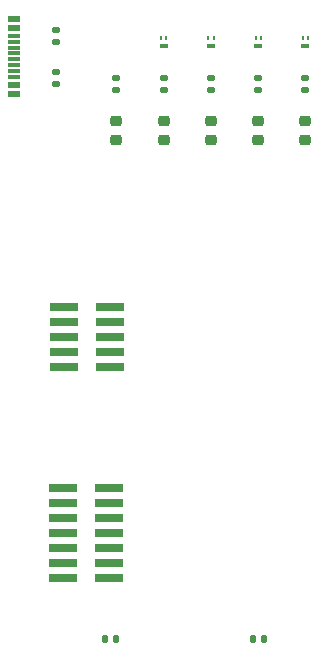
<source format=gbr>
%TF.GenerationSoftware,KiCad,Pcbnew,7.0.1*%
%TF.CreationDate,2023-12-25T16:17:55+00:00*%
%TF.ProjectId,watch_test_rig,77617463-685f-4746-9573-745f7269672e,rev?*%
%TF.SameCoordinates,Original*%
%TF.FileFunction,Paste,Top*%
%TF.FilePolarity,Positive*%
%FSLAX46Y46*%
G04 Gerber Fmt 4.6, Leading zero omitted, Abs format (unit mm)*
G04 Created by KiCad (PCBNEW 7.0.1) date 2023-12-25 16:17:55*
%MOMM*%
%LPD*%
G01*
G04 APERTURE LIST*
G04 Aperture macros list*
%AMRoundRect*
0 Rectangle with rounded corners*
0 $1 Rounding radius*
0 $2 $3 $4 $5 $6 $7 $8 $9 X,Y pos of 4 corners*
0 Add a 4 corners polygon primitive as box body*
4,1,4,$2,$3,$4,$5,$6,$7,$8,$9,$2,$3,0*
0 Add four circle primitives for the rounded corners*
1,1,$1+$1,$2,$3*
1,1,$1+$1,$4,$5*
1,1,$1+$1,$6,$7*
1,1,$1+$1,$8,$9*
0 Add four rect primitives between the rounded corners*
20,1,$1+$1,$2,$3,$4,$5,0*
20,1,$1+$1,$4,$5,$6,$7,0*
20,1,$1+$1,$6,$7,$8,$9,0*
20,1,$1+$1,$8,$9,$2,$3,0*%
G04 Aperture macros list end*
%ADD10RoundRect,0.218750X-0.256250X0.218750X-0.256250X-0.218750X0.256250X-0.218750X0.256250X0.218750X0*%
%ADD11RoundRect,0.140000X0.140000X0.170000X-0.140000X0.170000X-0.140000X-0.170000X0.140000X-0.170000X0*%
%ADD12RoundRect,0.135000X0.185000X-0.135000X0.185000X0.135000X-0.185000X0.135000X-0.185000X-0.135000X0*%
%ADD13R,0.250000X0.400000*%
%ADD14R,0.700000X0.400000*%
%ADD15R,2.400000X0.740000*%
%ADD16RoundRect,0.135000X-0.185000X0.135000X-0.185000X-0.135000X0.185000X-0.135000X0.185000X0.135000X0*%
%ADD17R,1.140000X0.600000*%
%ADD18R,1.140000X0.300000*%
G04 APERTURE END LIST*
D10*
%TO.C,D104*%
X130500000Y-75712500D03*
X130500000Y-77287500D03*
%TD*%
D11*
%TO.C,C101*%
X142980000Y-119500000D03*
X142020000Y-119500000D03*
%TD*%
D12*
%TO.C,R104*%
X130500000Y-73010000D03*
X130500000Y-71990000D03*
%TD*%
D10*
%TO.C,D102*%
X138500000Y-77277500D03*
X138500000Y-75702500D03*
%TD*%
D13*
%TO.C,Q102*%
X138725000Y-68650000D03*
X138275000Y-68650000D03*
D14*
X138500000Y-69350000D03*
%TD*%
D13*
%TO.C,Q104*%
X146725000Y-68650000D03*
X146275000Y-68650000D03*
D14*
X146500000Y-69350000D03*
%TD*%
D10*
%TO.C,D103*%
X142500000Y-75712500D03*
X142500000Y-77287500D03*
%TD*%
D11*
%TO.C,C102*%
X130480000Y-119500000D03*
X129520000Y-119500000D03*
%TD*%
D12*
%TO.C,R102*%
X138500000Y-73010000D03*
X138500000Y-71990000D03*
%TD*%
D15*
%TO.C,J101*%
X125950000Y-106730000D03*
X129850000Y-106730000D03*
X125950000Y-108000000D03*
X129850000Y-108000000D03*
X125950000Y-109270000D03*
X129850000Y-109270000D03*
X125950000Y-110540000D03*
X129850000Y-110540000D03*
X125950000Y-111810000D03*
X129850000Y-111810000D03*
X125950000Y-113080000D03*
X129850000Y-113080000D03*
X125950000Y-114350000D03*
X129850000Y-114350000D03*
%TD*%
D16*
%TO.C,R107*%
X125400000Y-69000000D03*
X125400000Y-67980000D03*
%TD*%
D10*
%TO.C,D101*%
X134500000Y-75712500D03*
X134500000Y-77287500D03*
%TD*%
D15*
%TO.C,J102*%
X126050000Y-91460000D03*
X129950000Y-91460000D03*
X126050000Y-92730000D03*
X129950000Y-92730000D03*
X126050000Y-94000000D03*
X129950000Y-94000000D03*
X126050000Y-95270000D03*
X129950000Y-95270000D03*
X126050000Y-96540000D03*
X129950000Y-96540000D03*
%TD*%
D12*
%TO.C,R105*%
X146500000Y-73010000D03*
X146500000Y-71990000D03*
%TD*%
%TO.C,R106*%
X125400000Y-71490000D03*
X125400000Y-72510000D03*
%TD*%
%TO.C,R101*%
X134500000Y-73010000D03*
X134500000Y-71990000D03*
%TD*%
D13*
%TO.C,Q103*%
X142725000Y-68650000D03*
X142275000Y-68650000D03*
D14*
X142500000Y-69350000D03*
%TD*%
D10*
%TO.C,D105*%
X146500000Y-77287500D03*
X146500000Y-75712500D03*
%TD*%
D17*
%TO.C,J103*%
X121850000Y-67000000D03*
X121850000Y-67800000D03*
D18*
X121850000Y-68950000D03*
X121850000Y-69950000D03*
X121850000Y-70450000D03*
X121850000Y-71450000D03*
D17*
X121850000Y-73400000D03*
X121850000Y-72600000D03*
D18*
X121850000Y-71950000D03*
X121850000Y-70950000D03*
X121850000Y-69450000D03*
X121850000Y-68450000D03*
%TD*%
D12*
%TO.C,R103*%
X142500000Y-73010000D03*
X142500000Y-71990000D03*
%TD*%
D13*
%TO.C,Q101*%
X134725000Y-68650000D03*
X134275000Y-68650000D03*
D14*
X134500000Y-69350000D03*
%TD*%
M02*

</source>
